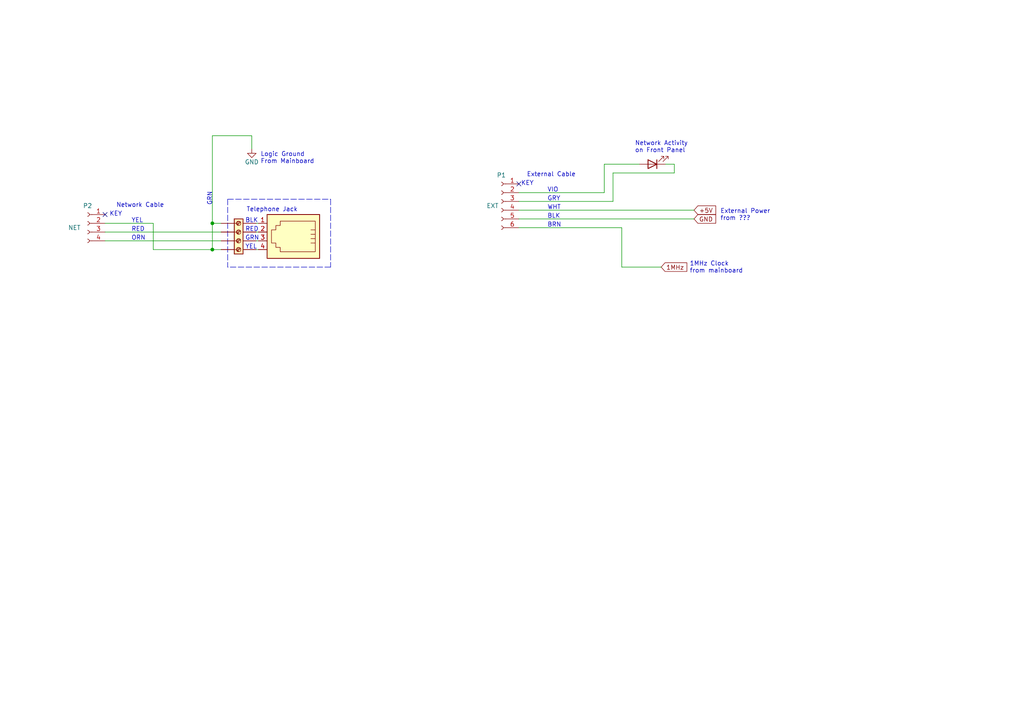
<source format=kicad_sch>
(kicad_sch (version 20211123) (generator eeschema)
  (paper "A4")
  (lib_symbols
    (symbol "Conn_01x04_Female_1" (pin_numbers hide) (pin_names (offset 1.016) hide)
      (property "Reference" "J" (at 0 5.08 0))
      (property "Value" "Conn_01x04_Female_1" (at 0 -7.62 0))
      (symbol "Conn_01x04_Female_1_1_1"
        (arc (start 0 -4.572) (mid -0.508 -5.08) (end 0 -5.588) (stroke (width 0.1524)))
        (arc (start 0 -2.032) (mid -0.508 -2.54) (end 0 -3.048) (stroke (width 0.1524)))
        (polyline (pts (xy -1.27 -5.08) (xy -0.508 -5.08)) (stroke (width 0.1524)))
        (polyline (pts (xy -1.27 -2.54) (xy -0.508 -2.54)) (stroke (width 0.1524)))
        (polyline (pts (xy -1.27 0) (xy -0.508 0)) (stroke (width 0.1524)))
        (polyline (pts (xy -1.27 2.54) (xy -0.508 2.54)) (stroke (width 0.1524)))
        (arc (start 0 0.508) (mid -0.508 0) (end 0 -0.508) (stroke (width 0.1524)))
        (arc (start 0 3.048) (mid -0.508 2.54) (end 0 2.032) (stroke (width 0.1524)))
        (pin passive line (at -5.08 2.54 0) (length 3.81) (name "Pin_1") (number "1"))
        (pin passive line (at -5.08 0 0) (length 3.81) (name "Pin_2") (number "2"))
        (pin passive line (at -5.08 -2.54 0) (length 3.81) (name "Pin_3") (number "3"))
        (pin passive line (at -5.08 -5.08 0) (length 3.81) (name "Pin_4") (number "4"))
      )
    )
    (symbol "Connector:Conn_01x04_Female" (pin_names (offset 1.016) hide)
      (property "Reference" "J" (at 0 5.08 0))
      (property "Value" "Conn_01x04_Female" (at 0 -7.62 0))
      (symbol "Conn_01x04_Female_1_1"
        (arc (start 0 -4.572) (mid -0.508 -5.08) (end 0 -5.588) (stroke (width 0.1524)))
        (arc (start 0 -2.032) (mid -0.508 -2.54) (end 0 -3.048) (stroke (width 0.1524)))
        (polyline (pts (xy -1.27 -5.08) (xy -0.508 -5.08)) (stroke (width 0.1524)))
        (polyline (pts (xy -1.27 -2.54) (xy -0.508 -2.54)) (stroke (width 0.1524)))
        (polyline (pts (xy -1.27 0) (xy -0.508 0)) (stroke (width 0.1524)))
        (polyline (pts (xy -1.27 2.54) (xy -0.508 2.54)) (stroke (width 0.1524)))
        (arc (start 0 0.508) (mid -0.508 0) (end 0 -0.508) (stroke (width 0.1524)))
        (arc (start 0 3.048) (mid -0.508 2.54) (end 0 2.032) (stroke (width 0.1524)))
        (pin passive line (at -5.08 2.54 0) (length 3.81) (name "Pin_1") (number "1"))
        (pin passive line (at -5.08 0 0) (length 3.81) (name "Pin_2") (number "2"))
        (pin passive line (at -5.08 -2.54 0) (length 3.81) (name "Pin_3") (number "3"))
        (pin passive line (at -5.08 -5.08 0) (length 3.81) (name "Pin_4") (number "4"))
      )
    )
    (symbol "Connector:Conn_01x06_Female" (pin_names (offset 1.016) hide)
      (property "Reference" "J" (at 0 7.62 0))
      (property "Value" "Conn_01x06_Female" (at 0 -10.16 0))
      (symbol "Conn_01x06_Female_1_1"
        (arc (start 0 -7.112) (mid -0.508 -7.62) (end 0 -8.128) (stroke (width 0.1524)))
        (arc (start 0 -4.572) (mid -0.508 -5.08) (end 0 -5.588) (stroke (width 0.1524)))
        (arc (start 0 -2.032) (mid -0.508 -2.54) (end 0 -3.048) (stroke (width 0.1524)))
        (polyline (pts (xy -1.27 -7.62) (xy -0.508 -7.62)) (stroke (width 0.1524)))
        (polyline (pts (xy -1.27 -5.08) (xy -0.508 -5.08)) (stroke (width 0.1524)))
        (polyline (pts (xy -1.27 -2.54) (xy -0.508 -2.54)) (stroke (width 0.1524)))
        (polyline (pts (xy -1.27 0) (xy -0.508 0)) (stroke (width 0.1524)))
        (polyline (pts (xy -1.27 2.54) (xy -0.508 2.54)) (stroke (width 0.1524)))
        (polyline (pts (xy -1.27 5.08) (xy -0.508 5.08)) (stroke (width 0.1524)))
        (arc (start 0 0.508) (mid -0.508 0) (end 0 -0.508) (stroke (width 0.1524)))
        (arc (start 0 3.048) (mid -0.508 2.54) (end 0 2.032) (stroke (width 0.1524)))
        (arc (start 0 5.588) (mid -0.508 5.08) (end 0 4.572) (stroke (width 0.1524)))
        (pin passive line (at -5.08 5.08 0) (length 3.81) (name "Pin_1") (number "1"))
        (pin passive line (at -5.08 2.54 0) (length 3.81) (name "Pin_2") (number "2"))
        (pin passive line (at -5.08 0 0) (length 3.81) (name "Pin_3") (number "3"))
        (pin passive line (at -5.08 -2.54 0) (length 3.81) (name "Pin_4") (number "4"))
        (pin passive line (at -5.08 -5.08 0) (length 3.81) (name "Pin_5") (number "5"))
        (pin passive line (at -5.08 -7.62 0) (length 3.81) (name "Pin_6") (number "6"))
      )
    )
    (symbol "Connector:RJ9" (pin_names (offset 1.016))
      (property "Reference" "J" (at -5.08 8.89 0))
      (property "Value" "RJ9" (at 2.54 8.89 0))
      (symbol "RJ9_0_1"
        (polyline (pts (xy -6.35 -0.635) (xy -5.08 -0.635) (xy -5.08 -0.635)))
        (polyline (pts (xy -6.35 0.635) (xy -5.08 0.635) (xy -5.08 0.635)))
        (polyline (pts (xy -6.35 1.905) (xy -5.08 1.905) (xy -5.08 1.905)))
        (polyline (pts (xy -6.35 3.175) (xy -5.08 3.175) (xy -5.08 3.175)))
        (polyline (pts (xy -6.35 -3.175) (xy -6.35 5.715) (xy -1.27 5.715) (xy 3.81 5.715) (xy 3.81 4.445) (xy 5.08 4.445) (xy 5.08 3.175) (xy 6.35 3.175) (xy 6.35 -0.635) (xy 5.08 -0.635) (xy 5.08 -1.905) (xy 3.81 -1.905) (xy 3.81 -3.175) (xy -6.35 -3.175) (xy -6.35 -3.175)))
        (rectangle (start 7.62 7.62) (end -7.62 -5.08) (stroke (width 0.254)) (fill (type background)))
      )
      (symbol "RJ9_1_1"
        (pin passive line (at 10.16 -2.54 180) (length 2.54) (name "~") (number "1"))
        (pin passive line (at 10.16 0 180) (length 2.54) (name "~") (number "2"))
        (pin passive line (at 10.16 2.54 180) (length 2.54) (name "~") (number "3"))
        (pin passive line (at 10.16 5.08 180) (length 2.54) (name "~") (number "4"))
      )
    )
    (symbol "Connector:Screw_Terminal_01x04" (pin_numbers hide) (pin_names (offset 1.016) hide)
      (property "Reference" "J" (at 0 5.08 0))
      (property "Value" "Screw_Terminal_01x04" (at 0 -7.62 0))
      (symbol "Screw_Terminal_01x04_1_1"
        (rectangle (start -1.27 3.81) (end 1.27 -6.35) (stroke (width 0.254)) (fill (type background)))
        (circle (center 0 -5.08) (radius 0.635) (stroke (width 0.1524)))
        (circle (center 0 -2.54) (radius 0.635) (stroke (width 0.1524)))
        (polyline (pts (xy -0.5334 -4.7498) (xy 0.3302 -5.588)) (stroke (width 0.1524)))
        (polyline (pts (xy -0.5334 -2.2098) (xy 0.3302 -3.048)) (stroke (width 0.1524)))
        (polyline (pts (xy -0.5334 0.3302) (xy 0.3302 -0.508)) (stroke (width 0.1524)))
        (polyline (pts (xy -0.5334 2.8702) (xy 0.3302 2.032)) (stroke (width 0.1524)))
        (polyline (pts (xy -0.3556 -4.572) (xy 0.508 -5.4102)) (stroke (width 0.1524)))
        (polyline (pts (xy -0.3556 -2.032) (xy 0.508 -2.8702)) (stroke (width 0.1524)))
        (polyline (pts (xy -0.3556 0.508) (xy 0.508 -0.3302)) (stroke (width 0.1524)))
        (polyline (pts (xy -0.3556 3.048) (xy 0.508 2.2098)) (stroke (width 0.1524)))
        (circle (center 0 0) (radius 0.635) (stroke (width 0.1524)))
        (circle (center 0 2.54) (radius 0.635) (stroke (width 0.1524)))
        (pin passive line (at -5.08 2.54 0) (length 3.81) (name "Pin_1") (number "1"))
        (pin passive line (at -5.08 0 0) (length 3.81) (name "Pin_2") (number "2"))
        (pin passive line (at -5.08 -2.54 0) (length 3.81) (name "Pin_3") (number "3"))
        (pin passive line (at -5.08 -5.08 0) (length 3.81) (name "Pin_4") (number "4"))
      )
    )
    (symbol "Device:LED" (pin_numbers hide) (pin_names (offset 1.016) hide)
      (property "Reference" "D" (at 0 2.54 0))
      (property "Value" "LED" (at 0 -2.54 0))
      (symbol "LED_0_1"
        (polyline (pts (xy -1.27 -1.27) (xy -1.27 1.27)) (stroke (width 0.254)))
        (polyline (pts (xy -1.27 0) (xy 1.27 0)))
        (polyline (pts (xy 1.27 -1.27) (xy 1.27 1.27) (xy -1.27 0) (xy 1.27 -1.27)) (stroke (width 0.254)))
        (polyline (pts (xy -3.048 -0.762) (xy -4.572 -2.286) (xy -3.81 -2.286) (xy -4.572 -2.286) (xy -4.572 -1.524)))
        (polyline (pts (xy -1.778 -0.762) (xy -3.302 -2.286) (xy -2.54 -2.286) (xy -3.302 -2.286) (xy -3.302 -1.524)))
      )
      (symbol "LED_1_1"
        (pin passive line (at -3.81 0 0) (length 2.54) (name "K") (number "1"))
        (pin passive line (at 3.81 0 180) (length 2.54) (name "A") (number "2"))
      )
    )
    (symbol "power:GND" (power) (pin_names (offset 0))
      (property "Value" "GND" (at 0 -3.81 0))
      (symbol "GND_0_1"
        (polyline (pts (xy 0 0) (xy 0 -1.27) (xy 1.27 -1.27) (xy 0 -2.54) (xy -1.27 -1.27) (xy 0 -1.27)))
      )
      (symbol "GND_1_1"
        (pin power_in line (at 0 0 270) (length 0) hide (name "GND") (number "1"))
      )
    )
  )
  (junction (at 61.595 72.39))
  (junction (at 61.595 64.77))
  (no_connect (at 150.495 53.34))
  (no_connect (at 30.48 62.23))
  (wire (pts (xy 64.135 64.77) (xy 61.595 64.77)))
  (wire (pts (xy 195.58 50.165) (xy 195.58 47.625)))
  (wire (pts (xy 74.295 72.39) (xy 74.93 72.39)))
  (wire (pts (xy 175.26 47.625) (xy 175.26 55.88)))
  (wire (pts (xy 193.04 47.625) (xy 195.58 47.625)))
  (wire (pts (xy 150.495 58.42) (xy 177.8 58.42)))
  (wire (pts (xy 150.495 63.5) (xy 201.295 63.5)))
  (wire (pts (xy 30.48 69.85) (xy 64.135 69.85)))
  (wire (pts (xy 44.45 72.39) (xy 61.595 72.39)))
  (wire (pts (xy 180.34 66.04) (xy 180.34 77.47)))
  (wire (pts (xy 61.595 64.77) (xy 61.595 72.39)))
  (wire (pts (xy 74.295 64.77) (xy 74.93 64.77)))
  (wire (pts (xy 150.495 60.96) (xy 201.295 60.96)))
  (polyline (pts (xy 66.04 57.785) (xy 66.04 77.47)))
  (wire (pts (xy 30.48 64.77) (xy 44.45 64.77)))
  (wire (pts (xy 177.8 50.165) (xy 177.8 58.42)))
  (polyline (pts (xy 95.885 77.47) (xy 66.04 77.47)))
  (wire (pts (xy 177.8 50.165) (xy 195.58 50.165)))
  (wire (pts (xy 73.025 39.37) (xy 73.025 43.18)))
  (polyline (pts (xy 66.04 57.785) (xy 95.885 57.785)))
  (wire (pts (xy 61.595 39.37) (xy 73.025 39.37)))
  (wire (pts (xy 74.295 67.31) (xy 74.93 67.31)))
  (wire (pts (xy 44.45 64.77) (xy 44.45 72.39)))
  (polyline (pts (xy 95.885 57.785) (xy 95.885 77.47)))
  (wire (pts (xy 180.34 77.47) (xy 191.77 77.47)))
  (wire (pts (xy 150.495 66.04) (xy 180.34 66.04)))
  (wire (pts (xy 61.595 39.37) (xy 61.595 64.77)))
  (wire (pts (xy 30.48 67.31) (xy 64.135 67.31)))
  (wire (pts (xy 74.295 69.85) (xy 74.93 69.85)))
  (wire (pts (xy 150.495 55.88) (xy 175.26 55.88)))
  (wire (pts (xy 175.26 47.625) (xy 185.42 47.625)))
  (wire (pts (xy 61.595 72.39) (xy 64.135 72.39)))
  (text "GRN" (at 71.12 69.85 0) (effects (font (size 1.27 1.27)) (justify left bottom)))
  (text "YEL" (at 71.12 72.39 0) (effects (font (size 1.27 1.27)) (justify left bottom)))
  (text "VIO" (at 158.75 55.88 0) (effects (font (size 1.27 1.27)) (justify left bottom)))
  (text "KEY" (at 151.13 53.975 0) (effects (font (size 1.27 1.27)) (justify left bottom)))
  (text "GRN" (at 61.595 59.69 90) (effects (font (size 1.27 1.27)) (justify left bottom)))
  (text "External Cable" (at 167.005 51.435 180) (effects (font (size 1.27 1.27)) (justify right bottom)))
  (text "Network Cable" (at 47.625 60.325 180) (effects (font (size 1.27 1.27)) (justify right bottom)))
  (text "1MHz Clock\nfrom mainboard" (at 200.025 79.375 0) (effects (font (size 1.27 1.27)) (justify left bottom)))
  (text "BLK" (at 158.75 63.5 0) (effects (font (size 1.27 1.27)) (justify left bottom)))
  (text "External Power\nfrom ???" (at 208.915 64.135 0) (effects (font (size 1.27 1.27)) (justify left bottom)))
  (text "BRN" (at 158.75 66.04 0) (effects (font (size 1.27 1.27)) (justify left bottom)))
  (text "YEL" (at 38.1 64.77 0) (effects (font (size 1.27 1.27)) (justify left bottom)))
  (text "GRY" (at 158.75 58.42 0) (effects (font (size 1.27 1.27)) (justify left bottom)))
  (text "Logic Ground\nFrom Mainboard" (at 75.565 47.625 0) (effects (font (size 1.27 1.27)) (justify left bottom)))
  (text "RED" (at 71.12 67.31 0) (effects (font (size 1.27 1.27)) (justify left bottom)))
  (text "WHT" (at 158.75 60.96 0) (effects (font (size 1.27 1.27)) (justify left bottom)))
  (text "ORN" (at 38.1 69.85 0) (effects (font (size 1.27 1.27)) (justify left bottom)))
  (text "KEY" (at 31.75 62.865 0) (effects (font (size 1.27 1.27)) (justify left bottom)))
  (text "RED" (at 38.1 67.31 0) (effects (font (size 1.27 1.27)) (justify left bottom)))
  (text "Network Activity\non Front Panel" (at 184.15 44.45 0) (effects (font (size 1.27 1.27)) (justify left bottom)))
  (text "BLK" (at 71.12 64.77 0) (effects (font (size 1.27 1.27)) (justify left bottom)))
  (text "Telephone Jack" (at 86.36 61.595 180) (effects (font (size 1.27 1.27)) (justify right bottom)))
  (global_label "GND" (shape input) (at 201.295 63.5 0) (property "Intersheet References" "${INTERSHEET_REFS}" (effects hide)))
  (global_label "+5V" (shape input) (at 201.295 60.96 0) (property "Intersheet References" "${INTERSHEET_REFS}" (effects hide)))
  (global_label "1MHz" (shape input) (at 191.77 77.47 0) (property "Intersheet References" "${INTERSHEET_REFS}" (effects hide)))
  (symbol (lib_id "Connector:Screw_Terminal_01x04") (at 69.215 67.31 0) (mirror y) (unit 1)
    (property "Reference" "JX2" (effects hide))
    (property "Value" "Screw_Terminal_01x04" (effects hide))
  )
  (symbol (lib_id "Connector:Conn_01x06_Female") (at 145.415 58.42 0) (mirror y) (unit 1)
    (property "Reference" "P1" (at 145.415 50.8 0))
    (property "Value" "EXT" (at 142.875 59.69 0))
  )
  (symbol (lib_id "Connector:Conn_01x04_Female") (at 25.4 64.77 0) (mirror y) (unit 1)
    (property "Reference" "P2" (at 25.4 59.69 0))
    (property "Value" "NET" (at 21.59 66.04 0))
  )
  (symbol (lib_id "Device:LED") (at 189.23 47.625 180) (unit 1)
    (property "Reference" "D0" (effects hide))
    (property "Value" "LED" (effects hide))
  )
  (symbol (lib_id "Connector:RJ9") (at 85.09 67.31 180) (unit 1)
    (property "Reference" "JX1" (effects hide))
    (property "Value" "RJ9" (effects hide))
  )
  (symbol (lib_id "power:GND") (at 73.025 43.18 0) (unit 1)
    (property "Reference" "#PWR0132" (effects hide))
    (property "Value" "GND" (at 73.025 46.99 0))
  )
  (symbol (lib_name "Conn_01x04_Female_1") (lib_id "Connector:Conn_01x04_Female") (at 69.215 67.31 0) (unit 1)
    (property "Reference" "JX3" (effects hide))
    (property "Value" "Conn_01x04_Female" (effects hide))
  )
)
</source>
